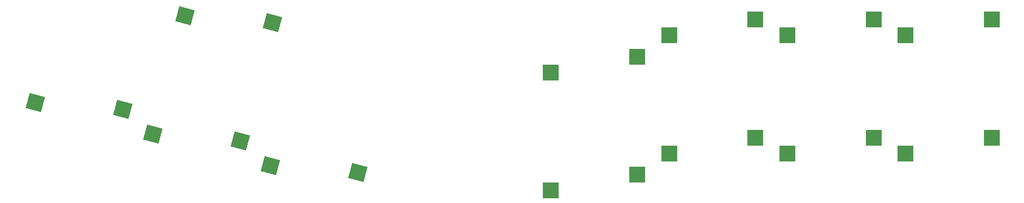
<source format=gbr>
%TF.GenerationSoftware,KiCad,Pcbnew,(6.0.1)*%
%TF.CreationDate,2023-06-02T16:05:18+02:00*%
%TF.ProjectId,cock,636f636b-2e6b-4696-9361-645f70636258,rev?*%
%TF.SameCoordinates,Original*%
%TF.FileFunction,Paste,Bot*%
%TF.FilePolarity,Positive*%
%FSLAX46Y46*%
G04 Gerber Fmt 4.6, Leading zero omitted, Abs format (unit mm)*
G04 Created by KiCad (PCBNEW (6.0.1)) date 2023-06-02 16:05:18*
%MOMM*%
%LPD*%
G01*
G04 APERTURE LIST*
G04 Aperture macros list*
%AMRotRect*
0 Rectangle, with rotation*
0 The origin of the aperture is its center*
0 $1 length*
0 $2 width*
0 $3 Rotation angle, in degrees counterclockwise*
0 Add horizontal line*
21,1,$1,$2,0,0,$3*%
G04 Aperture macros list end*
%ADD10RotRect,2.550000X2.500000X345.000000*%
%ADD11R,2.550000X2.500000*%
G04 APERTURE END LIST*
D10*
%TO.C,K3*%
X109440474Y-74611069D03*
X95405001Y-73479876D03*
%TD*%
%TO.C,K4*%
X71690474Y-64461069D03*
X57655001Y-63329876D03*
%TD*%
%TO.C,K2*%
X90560474Y-69541069D03*
X76525001Y-68409876D03*
%TD*%
%TO.C,K1*%
X95690474Y-50461069D03*
X81655001Y-49329876D03*
%TD*%
D11*
%TO.C,K5*%
X154290000Y-74920000D03*
X140440000Y-77460000D03*
%TD*%
%TO.C,K6*%
X173290000Y-68970000D03*
X159440000Y-71510000D03*
%TD*%
%TO.C,K7*%
X154290000Y-55920000D03*
X140440000Y-58460000D03*
%TD*%
%TO.C,K8*%
X173290000Y-49920000D03*
X159440000Y-52460000D03*
%TD*%
%TO.C,K9*%
X211290000Y-68970000D03*
X197440000Y-71510000D03*
%TD*%
%TO.C,K10*%
X211290000Y-49920000D03*
X197440000Y-52460000D03*
%TD*%
%TO.C,K11*%
X192290000Y-68970000D03*
X178440000Y-71510000D03*
%TD*%
%TO.C,K12*%
X192290000Y-49920000D03*
X178440000Y-52460000D03*
%TD*%
M02*

</source>
